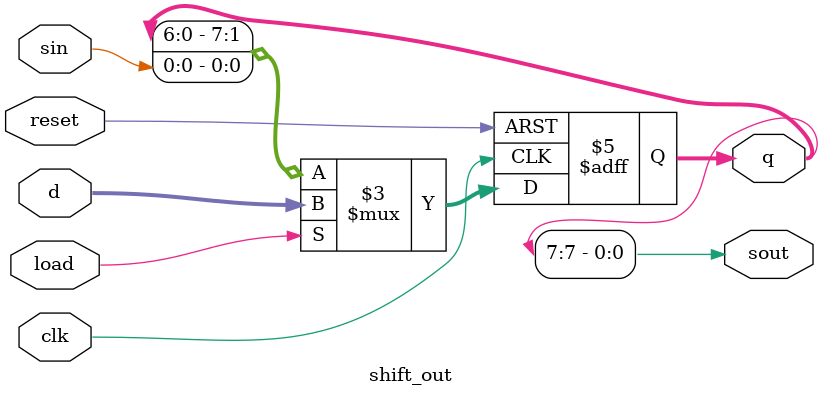
<source format=sv>
module shift_out #(parameter N=8)
						(input logic clk,
						input logic reset, load, sin,
						input logic [N-1:0] d,
						output logic [N-1:0] q,
						output logic sout);
	always_ff @(posedge clk,posedge reset)
		if (reset) q<=0;
		else if (load) q<=d;
		else q<= {q[N-2:0], sin};
	
	assign sout = q[N-1];
endmodule 
</source>
